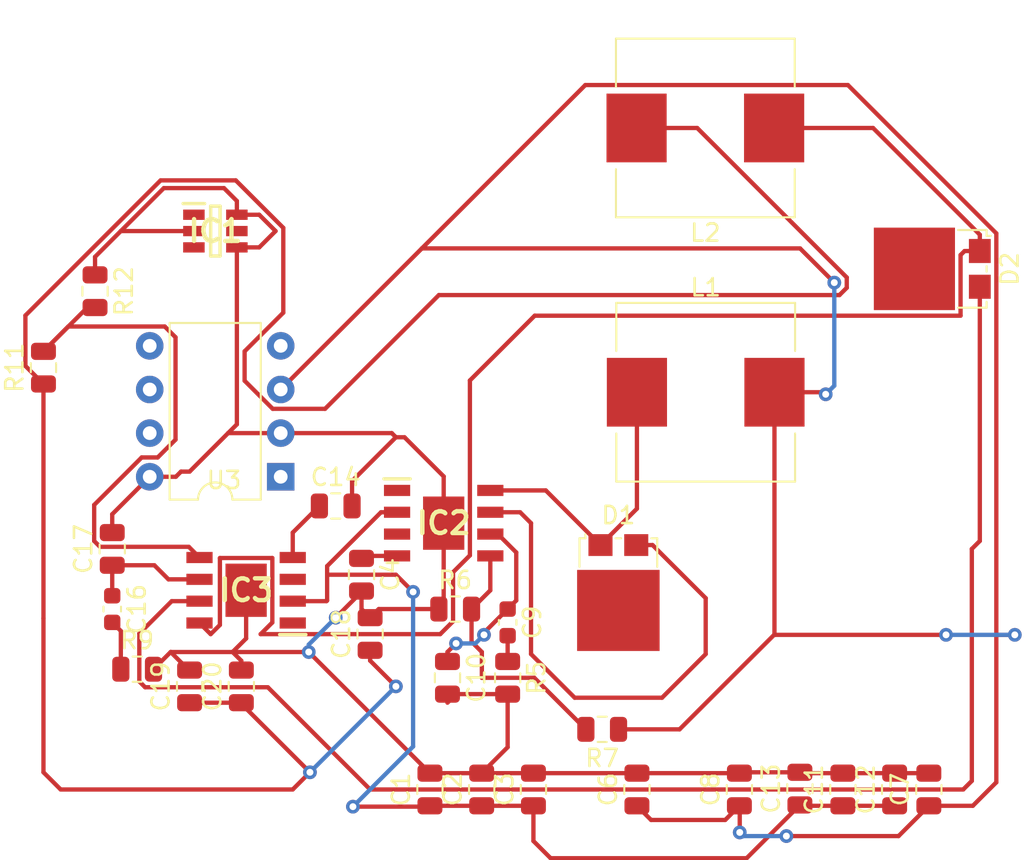
<source format=kicad_pcb>
(kicad_pcb (version 20221018) (generator pcbnew)
  (layers (0 "F.Cu" signal) (31 "B.Cu" signal) (34 "B.Paste" user) (35 "F.Paste" user) (36 "B.SilkS" user "B.Silkscreen") (37 "F.SilkS" user "F.Silkscreen") (38 "B.Mask" user) (39 "F.Mask" user) (44 "Edge.Cuts" user))
  (net 0 "")
  (net 1 "+12VS")
  (net 2 "GND")
  (net 3 "Net-(IC2-SS)")
  (net 4 "+5V")
  (net 5 "Net-(IC2-COMP)")
  (net 6 "Net-(C9-Pad2)")
  (net 7 "Net-(IC3-SS)")
  (net 8 "Net-(IC3-COMP)")
  (net 9 "Net-(C16-Pad2)")
  (net 10 "+5Vn2")
  (net 11 "Net-(D1-K)")
  (net 12 "Net-(D1-A)")
  (net 13 "Net-(D2-K)")
  (net 14 "Net-(D2-A)")
  (net 15 "Net-(IC1-OUT)")
  (net 16 "Net-(IC1-SENSE)")
  (net 17 "Net-(D3-K)")
  (net 18 "Net-(IC2-BOOT)")
  (net 20 "Net-(IC2-VSENSE)")
  (net 21 "Net-(IC3-BOOT)")
  (net 23 "Net-(IC3-VSENSE)")
  (net 24 "cand")
  (net 25 "canr")
  (net 27 "Net-(U3-CANL)")
  (net 28 "Net-(U3-CANH)")
  (footprint "Capacitor_SMD:C_0805_2012Metric" (layer "F.Cu") (at 150 142.5 90)
    (fp_text reference "C3" (at 0 -1.68 90) (layer "F.SilkS"))
    (fp_text value "4.7uf 50V")
    (fp_line (start -0.261252 -0.735) (end 0.261252 -0.735) (stroke (width 0.12)) (layer "F.SilkS"))
    (fp_line (start -0.261252 0.735) (end 0.261252 0.735) (stroke (width 0.12)) (layer "F.SilkS"))
    (pad "1" smd roundrect (at -0.95 0 90) (size 1 1.45) (layers "F.Cu" "F.Paste" "F.Mask") (net 1 "+12VS"))
    (pad "2" smd roundrect (at 0.95 0 90) (size 1 1.45) (layers "F.Cu" "F.Paste" "F.Mask") (net 2 "GND"))
  )
  (footprint "Capacitor_SMD:C_0805_2012Metric" (layer "F.Cu") (at 165.5 142.45 90)
    (fp_text reference "C13" (at 0 -1.68 90) (layer "F.SilkS"))
    (fp_text value "4.7uf 50V")
    (fp_line (start -0.261252 -0.735) (end 0.261252 -0.735) (stroke (width 0.12)) (layer "F.SilkS"))
    (fp_line (start -0.261252 0.735) (end 0.261252 0.735) (stroke (width 0.12)) (layer "F.SilkS"))
    (pad "1" smd roundrect (at -0.95 0 90) (size 1 1.45) (layers "F.Cu" "F.Paste" "F.Mask") (net 1 "+12VS"))
    (pad "2" smd roundrect (at 0.95 0 90) (size 1 1.45) (layers "F.Cu" "F.Paste" "F.Mask") (net 2 "GND"))
  )
  (footprint "Capacitor_SMD:C_0805_2012Metric" (layer "F.Cu") (at 145 136 -90)
    (fp_text reference "C10" (at 0 -1.68 90) (layer "F.SilkS"))
    (fp_text value "22pF 50V")
    (fp_line (start -0.261252 -0.735) (end 0.261252 -0.735) (stroke (width 0.12)) (layer "F.SilkS"))
    (fp_line (start -0.261252 0.735) (end 0.261252 0.735) (stroke (width 0.12)) (layer "F.SilkS"))
    (pad "1" smd roundrect (at -0.95 0 270) (size 1 1.45) (layers "F.Cu" "F.Paste" "F.Mask") (net 5 "Net-(IC2-COMP)"))
    (pad "2" smd roundrect (at 0.95 0 270) (size 1 1.45) (layers "F.Cu" "F.Paste" "F.Mask") (net 2 "GND"))
  )
  (footprint "Package_TO_SOT_SMD:TO-277A" (layer "F.Cu") (at 173.2 112.2 -90)
    (fp_text reference "D2" (at 0 -4.5 90) (layer "F.SilkS"))
    (fp_text value "8A 100V")
    (fp_line (start -2.26 -3.16) (end -2.26 -1.5) (stroke (width 0.12)) (layer "F.SilkS"))
    (fp_line (start -1.92 -3.4) (end -1.92 -3.16) (stroke (width 0.12)) (layer "F.SilkS"))
    (fp_line (start -1.92 -3.16) (end -2.26 -3.16) (stroke (width 0.12)) (layer "F.SilkS"))
    (fp_line (start -0.16 -3.16) (end 0.16 -3.16) (stroke (width 0.12)) (layer "F.SilkS"))
    (fp_line (start 2.26 -3.16) (end 1.92 -3.16) (stroke (width 0.12)) (layer "F.SilkS"))
    (fp_line (start 2.26 -1.5) (end 2.26 -3.16) (stroke (width 0.12)) (layer "F.SilkS"))
    (pad "1" smd rect (at -1.04 -2.765 270) (size 1.4 1.27) (layers "F.Cu" "F.Paste" "F.Mask") (net 13 "Net-(D2-K)"))
    (pad "2" smd rect (at 1.04 -2.765 270) (size 1.4 1.27) (layers "F.Cu" "F.Paste" "F.Mask") (net 14 "Net-(D2-A)"))
    (pad "3" smd rect (at 0 1.04 270) (size 4.8 4.72) (layers "F.Cu" "F.Mask"))
  )
  (footprint "Capacitor_SMD:C_0805_2012Metric" (layer "F.Cu") (at 146.99 142.5 90)
    (fp_text reference "C2" (at 0 -1.68 90) (layer "F.SilkS"))
    (fp_text value "4.7uf 50V")
    (fp_line (start -0.261252 -0.735) (end 0.261252 -0.735) (stroke (width 0.12)) (layer "F.SilkS"))
    (fp_line (start -0.261252 0.735) (end 0.261252 0.735) (stroke (width 0.12)) (layer "F.SilkS"))
    (pad "1" smd roundrect (at -0.95 0 90) (size 1 1.45) (layers "F.Cu" "F.Paste" "F.Mask") (net 1 "+12VS"))
    (pad "2" smd roundrect (at 0.95 0 90) (size 1 1.45) (layers "F.Cu" "F.Paste" "F.Mask") (net 2 "GND"))
  )
  (footprint "Capacitor_SMD:C_0805_2012Metric" (layer "F.Cu") (at 140 130 -90)
    (fp_text reference "C4" (at 0 -1.68 90) (layer "F.SilkS"))
    (fp_text value "10nf 200V")
    (fp_line (start -0.261252 -0.735) (end 0.261252 -0.735) (stroke (width 0.12)) (layer "F.SilkS"))
    (fp_line (start -0.261252 0.735) (end 0.261252 0.735) (stroke (width 0.12)) (layer "F.SilkS"))
    (pad "1" smd roundrect (at -0.95 0 270) (size 1 1.45) (layers "F.Cu" "F.Paste" "F.Mask") (net 3 "Net-(IC2-SS)"))
    (pad "2" smd roundrect (at 0.95 0 270) (size 1 1.45) (layers "F.Cu" "F.Paste" "F.Mask") (net 2 "GND"))
  )
  (footprint "Capacitor_SMD:C_0805_2012Metric" (layer "F.Cu") (at 148.5 136 -90)
    (fp_text reference "R5" (at 0 -1.68 90) (layer "F.SilkS"))
    (fp_text value "39K 0.125W")
    (fp_line (start -0.261252 -0.735) (end 0.261252 -0.735) (stroke (width 0.12)) (layer "F.SilkS"))
    (fp_line (start -0.261252 0.735) (end 0.261252 0.735) (stroke (width 0.12)) (layer "F.SilkS"))
    (pad "1" smd roundrect (at -0.95 0 270) (size 1 1.45) (layers "F.Cu" "F.Paste" "F.Mask") (net 6 "Net-(C9-Pad2)"))
    (pad "2" smd roundrect (at 0.95 0 270) (size 1 1.45) (layers "F.Cu" "F.Paste" "F.Mask") (net 2 "GND"))
  )
  (footprint "Capacitor_SMD:C_0603_1608Metric" (layer "F.Cu") (at 125.5 132 -90)
    (fp_text reference "C16" (at 0 -1.43 90) (layer "F.SilkS"))
    (fp_text value "2.2nF 50V")
    (fp_line (start -0.14058 -0.51) (end 0.14058 -0.51) (stroke (width 0.12)) (layer "F.SilkS"))
    (fp_line (start -0.14058 0.51) (end 0.14058 0.51) (stroke (width 0.12)) (layer "F.SilkS"))
    (pad "1" smd roundrect (at -0.775 0 270) (size 0.9 0.95) (layers "F.Cu" "F.Paste" "F.Mask") (net 8 "Net-(IC3-COMP)"))
    (pad "2" smd roundrect (at 0.775 0 270) (size 0.9 0.95) (layers "F.Cu" "F.Paste" "F.Mask") (net 9 "Net-(C16-Pad2)"))
  )
  (footprint "Capacitor_SMD:C_0805_2012Metric" (layer "F.Cu") (at 138.5 126)
    (fp_text reference "C14" (at 0 -1.68) (layer "F.SilkS"))
    (fp_text value "10nf 200V")
    (fp_line (start -0.261252 -0.735) (end 0.261252 -0.735) (stroke (width 0.12)) (layer "F.SilkS"))
    (fp_line (start -0.261252 0.735) (end 0.261252 0.735) (stroke (width 0.12)) (layer "F.SilkS"))
    (pad "1" smd roundrect (at -0.95 0) (size 1 1.45) (layers "F.Cu" "F.Paste" "F.Mask") (net 7 "Net-(IC3-SS)"))
    (pad "2" smd roundrect (at 0.95 0) (size 1 1.45) (layers "F.Cu" "F.Paste" "F.Mask") (net 2 "GND"))
  )
  (footprint "Capacitor_SMD:C_0805_2012Metric" (layer "F.Cu") (at 171.01 142.5 90)
    (fp_text reference "C12" (at 0 -1.68 90) (layer "F.SilkS"))
    (fp_text value "4.7uf 50V")
    (fp_line (start -0.261252 -0.735) (end 0.261252 -0.735) (stroke (width 0.12)) (layer "F.SilkS"))
    (fp_line (start -0.261252 0.735) (end 0.261252 0.735) (stroke (width 0.12)) (layer "F.SilkS"))
    (pad "1" smd roundrect (at -0.95 0 90) (size 1 1.45) (layers "F.Cu" "F.Paste" "F.Mask") (net 1 "+12VS"))
    (pad "2" smd roundrect (at 0.95 0 90) (size 1 1.45) (layers "F.Cu" "F.Paste" "F.Mask") (net 2 "GND"))
  )
  (footprint "Capacitor_SMD:C_0805_2012Metric" (layer "F.Cu") (at 125.5 128.5 90)
    (fp_text reference "C17" (at 0 -1.68 90) (layer "F.SilkS"))
    (fp_text value "22pF 50V")
    (fp_line (start -0.261252 -0.735) (end 0.261252 -0.735) (stroke (width 0.12)) (layer "F.SilkS"))
    (fp_line (start -0.261252 0.735) (end 0.261252 0.735) (stroke (width 0.12)) (layer "F.SilkS"))
    (pad "1" smd roundrect (at -0.95 0 90) (size 1 1.45) (layers "F.Cu" "F.Paste" "F.Mask") (net 8 "Net-(IC3-COMP)"))
    (pad "2" smd roundrect (at 0.95 0 90) (size 1 1.45) (layers "F.Cu" "F.Paste" "F.Mask") (net 2 "GND"))
  )
  (footprint "SamacSys_Parts:SOT95P280X110-6N" (layer "F.Cu") (at 131.5 110)
    (fp_text reference "IC1" (at 0 0) (layer "F.SilkS") (effects (font (size 1.27 1.27) (thickness 0.254))))
    (fp_text value "TPS3711DDCT" hide)
    (fp_line (start -1.875 -1.6) (end -0.625 -1.6) (stroke (width 0.2)) (layer "F.SilkS"))
    (fp_line (start -0.275 -1.45) (end 0.275 -1.45) (stroke (width 0.2)) (layer "F.SilkS"))
    (fp_line (start -0.275 1.45) (end -0.275 -1.45) (stroke (width 0.2)) (layer "F.SilkS"))
    (fp_line (start 0.275 -1.45) (end 0.275 1.45) (stroke (width 0.2)) (layer "F.SilkS"))
    (fp_line (start 0.275 1.45) (end -0.275 1.45) (stroke (width 0.2)) (layer "F.SilkS"))
    (pad "1" smd rect (at -1.25 -0.95 90) (size 0.6 1.25) (layers "F.Cu" "F.Paste" "F.Mask") (net 15 "Net-(IC1-OUT)"))
    (pad "2" smd rect (at -1.25 0 90) (size 0.6 1.25) (layers "F.Cu" "F.Paste" "F.Mask") (net 2 "GND"))
    (pad "3" smd rect (at -1.25 0.95 90) (size 0.6 1.25) (layers "F.Cu" "F.Paste" "F.Mask") (net 16 "Net-(IC1-SENSE)"))
    (pad "4" smd rect (at 1.25 0.95 90) (size 0.6 1.25) (layers "F.Cu" "F.Paste" "F.Mask") (net 2 "GND"))
    (pad "5" smd rect (at 1.25 0 90) (size 0.6 1.25) (layers "F.Cu" "F.Paste" "F.Mask") (net 17 "Net-(D3-K)"))
    (pad "6" smd rect (at 1.25 -0.95 90) (size 0.6 1.25) (layers "F.Cu" "F.Paste" "F.Mask") (net 2 "GND"))
  )
  (footprint "Capacitor_SMD:C_0805_2012Metric" (layer "F.Cu") (at 161.98 142.5 90)
    (fp_text reference "C8" (at 0 -1.68 90) (layer "F.SilkS"))
    (fp_text value "22uF 16V")
    (fp_line (start -0.261252 -0.735) (end 0.261252 -0.735) (stroke (width 0.12)) (layer "F.SilkS"))
    (fp_line (start -0.261252 0.735) (end 0.261252 0.735) (stroke (width 0.12)) (layer "F.SilkS"))
    (pad "1" smd roundrect (at -0.95 0 90) (size 1 1.45) (layers "F.Cu" "F.Paste" "F.Mask") (net 4 "+5V"))
    (pad "2" smd roundrect (at 0.95 0 90) (size 1 1.45) (layers "F.Cu" "F.Paste" "F.Mask") (net 2 "GND"))
  )
  (footprint "SamacSys_Parts:SOIC127P600X170-9N" (layer "F.Cu") (at 144.78 127)
    (fp_text reference "IC2" (at 0 0) (layer "F.SilkS") (effects (font (size 1.27 1.27) (thickness 0.254))))
    (fp_text value "TPS54531DDA" hide)
    (fp_line (start -3.475 -2.58) (end -1.95 -2.58) (stroke (width 0.2)) (layer "F.SilkS"))
    (pad "1" smd rect (at -2.712 -1.905 90) (size 0.65 1.525) (layers "F.Cu" "F.Paste" "F.Mask") (net 18 "Net-(IC2-BOOT)"))
    (pad "2" smd rect (at -2.712 -0.635 90) (size 0.65 1.525) (layers "F.Cu" "F.Paste" "F.Mask") (net 1 "+12VS"))
    (pad "3" smd rect (at -2.712 0.635 90) (size 0.65 1.525) (layers "F.Cu" "F.Paste" "F.Mask"))
    (pad "4" smd rect (at -2.712 1.905 90) (size 0.65 1.525) (layers "F.Cu" "F.Paste" "F.Mask") (net 3 "Net-(IC2-SS)"))
    (pad "5" smd rect (at 2.712 1.905 90) (size 0.65 1.525) (layers "F.Cu" "F.Paste" "F.Mask") (net 20 "Net-(IC2-VSENSE)"))
    (pad "6" smd rect (at 2.712 0.635 90) (size 0.65 1.525) (layers "F.Cu" "F.Paste" "F.Mask") (net 5 "Net-(IC2-COMP)"))
    (pad "7" smd rect (at 2.712 -0.635 90) (size 0.65 1.525) (layers "F.Cu" "F.Paste" "F.Mask") (net 12 "Net-(D1-A)"))
    (pad "8" smd rect (at 2.712 -1.905 90) (size 0.65 1.525) (layers "F.Cu" "F.Paste" "F.Mask") (net 11 "Net-(D1-K)"))
    (pad "9" smd rect (at 0 0) (size 2.4 3.1) (layers "F.Cu" "F.Paste" "F.Mask") (net 2 "GND"))
  )
  (footprint "Inductor_SMD:L_Wuerth_HCI-1040" (layer "F.Cu") (at 160 104 180)
    (fp_text reference "L2" (at 0 -6.1) (layer "F.SilkS"))
    (fp_text value "4.7uH 10.4A")
    (fp_line (start -5.2 -5.2) (end 5.2 -5.2) (stroke (width 0.12)) (layer "F.SilkS"))
    (fp_line (start -5.2 -2.4) (end -5.2 -5.2) (stroke (width 0.12)) (layer "F.SilkS"))
    (fp_line (start -5.2 2.4) (end -5.2 5.2) (stroke (width 0.12)) (layer "F.SilkS"))
    (fp_line (start -5.2 5.2) (end 5.2 5.2) (stroke (width 0.12)) (layer "F.SilkS"))
    (fp_line (start 5.2 -5.2) (end 5.2 -2.4) (stroke (width 0.12)) (layer "F.SilkS"))
    (fp_line (start 5.2 5.2) (end 5.2 2.4) (stroke (width 0.12)) (layer "F.SilkS"))
    (pad "1" smd rect (at -4 0 180) (size 3.5 4) (layers "F.Cu" "F.Paste" "F.Mask") (net 13 "Net-(D2-K)"))
    (pad "2" smd rect (at 4 0 180) (size 3.5 4) (layers "F.Cu" "F.Paste" "F.Mask") (net 10 "+5Vn2"))
  )
  (footprint "Capacitor_SMD:C_0805_2012Metric" (layer "F.Cu") (at 168 142.5 90)
    (fp_text reference "C11" (at 0 -1.68 90) (layer "F.SilkS"))
    (fp_text value "4.7uf 50V")
    (fp_line (start -0.261252 -0.735) (end 0.261252 -0.735) (stroke (width 0.12)) (layer "F.SilkS"))
    (fp_line (start -0.261252 0.735) (end 0.261252 0.735) (stroke (width 0.12)) (layer "F.SilkS"))
    (pad "1" smd roundrect (at -0.95 0 90) (size 1 1.45) (layers "F.Cu" "F.Paste" "F.Mask") (net 1 "+12VS"))
    (pad "2" smd roundrect (at 0.95 0 90) (size 1 1.45) (layers "F.Cu" "F.Paste" "F.Mask") (net 2 "GND"))
  )
  (footprint "Capacitor_SMD:C_0805_2012Metric" (layer "F.Cu") (at 130 136.5 90)
    (fp_text reference "C19" (at 0 -1.68 90) (layer "F.SilkS"))
    (fp_text value "22uF 16V")
    (fp_line (start -0.261252 -0.735) (end 0.261252 -0.735) (stroke (width 0.12)) (layer "F.SilkS"))
    (fp_line (start -0.261252 0.735) (end 0.261252 0.735) (stroke (width 0.12)) (layer "F.SilkS"))
    (pad "1" smd roundrect (at -0.95 0 90) (size 1 1.45) (layers "F.Cu" "F.Paste" "F.Mask") (net 10 "+5Vn2"))
    (pad "2" smd roundrect (at 0.95 0 90) (size 1 1.45) (layers "F.Cu" "F.Paste" "F.Mask") (net 2 "GND"))
  )
  (footprint "Capacitor_SMD:C_0805_2012Metric" (layer "F.Cu") (at 145.45 132)
    (fp_text reference "R6" (at 0 -1.68) (layer "F.SilkS"))
    (fp_text value "1.96K  0.125W")
    (fp_line (start -0.261252 -0.735) (end 0.261252 -0.735) (stroke (width 0.12)) (layer "F.SilkS"))
    (fp_line (start -0.261252 0.735) (end 0.261252 0.735) (stroke (width 0.12)) (layer "F.SilkS"))
    (pad "1" smd roundrect (at -0.95 0) (size 1 1.45) (layers "F.Cu" "F.Paste" "F.Mask") (net 2 "GND"))
    (pad "2" smd roundrect (at 0.95 0) (size 1 1.45) (layers "F.Cu" "F.Paste" "F.Mask") (net 20 "Net-(IC2-VSENSE)"))
  )
  (footprint "Capacitor_SMD:C_0805_2012Metric" (layer "F.Cu") (at 143.98 142.5 90)
    (fp_text reference "C1" (at 0 -1.68 90) (layer "F.SilkS"))
    (fp_text value "4.7uf 50V")
    (fp_line (start -0.261252 -0.735) (end 0.261252 -0.735) (stroke (width 0.12)) (layer "F.SilkS"))
    (fp_line (start -0.261252 0.735) (end 0.261252 0.735) (stroke (width 0.12)) (layer "F.SilkS"))
    (pad "1" smd roundrect (at -0.95 0 90) (size 1 1.45) (layers "F.Cu" "F.Paste" "F.Mask") (net 1 "+12VS"))
    (pad "2" smd roundrect (at 0.95 0 90) (size 1 1.45) (layers "F.Cu" "F.Paste" "F.Mask") (net 2 "GND"))
  )
  (footprint "Inductor_SMD:L_Wuerth_HCI-1040" (layer "F.Cu") (at 160.02 119.38)
    (fp_text reference "L1" (at 0 -6.1) (layer "F.SilkS"))
    (fp_text value "4.7uH 10.4A")
    (fp_line (start -5.2 -5.2) (end 5.2 -5.2) (stroke (width 0.12)) (layer "F.SilkS"))
    (fp_line (start -5.2 -2.4) (end -5.2 -5.2) (stroke (width 0.12)) (layer "F.SilkS"))
    (fp_line (start -5.2 2.4) (end -5.2 5.2) (stroke (width 0.12)) (layer "F.SilkS"))
    (fp_line (start -5.2 5.2) (end 5.2 5.2) (stroke (width 0.12)) (layer "F.SilkS"))
    (fp_line (start 5.2 -5.2) (end 5.2 -2.4) (stroke (width 0.12)) (layer "F.SilkS"))
    (fp_line (start 5.2 5.2) (end 5.2 2.4) (stroke (width 0.12)) (layer "F.SilkS"))
    (pad "1" smd rect (at -4 0) (size 3.5 4) (layers "F.Cu" "F.Paste" "F.Mask") (net 11 "Net-(D1-K)"))
    (pad "2" smd rect (at 4 0) (size 3.5 4) (layers "F.Cu" "F.Paste" "F.Mask") (net 4 "+5V"))
  )
  (footprint "Package_TO_SOT_SMD:TO-277A" (layer "F.Cu") (at 154.94 131.04)
    (fp_text reference "D1" (at 0 -4.5 -180) (layer "F.SilkS"))
    (fp_text value "8A 100V")
    (fp_line (start -2.26 -3.16) (end -2.26 -1.5) (stroke (width 0.12)) (layer "F.SilkS"))
    (fp_line (start -1.92 -3.4) (end -1.92 -3.16) (stroke (width 0.12)) (layer "F.SilkS"))
    (fp_line (start -1.92 -3.16) (end -2.26 -3.16) (stroke (width 0.12)) (layer "F.SilkS"))
    (fp_line (start -0.16 -3.16) (end 0.16 -3.16) (stroke (width 0.12)) (layer "F.SilkS"))
    (fp_line (start 2.26 -3.16) (end 1.92 -3.16) (stroke (width 0.12)) (layer "F.SilkS"))
    (fp_line (start 2.26 -1.5) (end 2.26 -3.16) (stroke (width 0.12)) (layer "F.SilkS"))
    (pad "1" smd rect (at -1.04 -2.765) (size 1.4 1.27) (layers "F.Cu" "F.Paste" "F.Mask") (net 11 "Net-(D1-K)"))
    (pad "2" smd rect (at 1.04 -2.765) (size 1.4 1.27) (layers "F.Cu" "F.Paste" "F.Mask") (net 12 "Net-(D1-A)"))
    (pad "3" smd rect (at 0 1.04) (size 4.8 4.72) (layers "F.Cu" "F.Mask"))
  )
  (footprint "Capacitor_SMD:C_0805_2012Metric" (layer "F.Cu") (at 140.5 133.45 90)
    (fp_text reference "C18" (at 0 -1.68 90) (layer "F.SilkS"))
    (fp_text value "22uF 16V")
    (fp_line (start -0.261252 -0.735) (end 0.261252 -0.735) (stroke (width 0.12)) (layer "F.SilkS"))
    (fp_line (start -0.261252 0.735) (end 0.261252 0.735) (stroke (width 0.12)) (layer "F.SilkS"))
    (pad "1" smd roundrect (at -0.95 0 90) (size 1 1.45) (layers "F.Cu" "F.Paste" "F.Mask") (net 10 "+5Vn2"))
    (pad "2" smd roundrect (at 0.95 0 90) (size 1 1.45) (layers "F.Cu" "F.Paste" "F.Mask") (net 2 "GND"))
  )
  (footprint "Capacitor_SMD:C_0805_2012Metric" (layer "F.Cu") (at 124.5 113.5 -90)
    (fp_text reference "R12" (at 0 -1.68 90) (layer "F.SilkS"))
    (fp_text value "1.96K  0.125W")
    (fp_line (start -0.261252 -0.735) (end 0.261252 -0.735) (stroke (width 0.12)) (layer "F.SilkS"))
    (fp_line (start -0.261252 0.735) (end 0.261252 0.735) (stroke (width 0.12)) (layer "F.SilkS"))
    (pad "1" smd roundrect (at -0.95 0 270) (size 1 1.45) (layers "F.Cu" "F.Paste" "F.Mask") (net 2 "GND"))
    (pad "2" smd roundrect (at 0.95 0 270) (size 1 1.45) (layers "F.Cu" "F.Paste" "F.Mask") (net 23 "Net-(IC3-VSENSE)"))
  )
  (footprint "Capacitor_SMD:C_0805_2012Metric" (layer "F.Cu") (at 173 142.5 90)
    (fp_text reference "C7" (at 0 -1.68 90) (layer "F.SilkS"))
    (fp_text value "22uF 16V")
    (fp_line (start -0.261252 -0.735) (end 0.261252 -0.735) (stroke (width 0.12)) (layer "F.SilkS"))
    (fp_line (start -0.261252 0.735) (end 0.261252 0.735) (stroke (width 0.12)) (layer "F.SilkS"))
    (pad "1" smd roundrect (at -0.95 0 90) (size 1 1.45) (layers "F.Cu" "F.Paste" "F.Mask") (net 4 "+5V"))
    (pad "2" smd roundrect (at 0.95 0 90) (size 1 1.45) (layers "F.Cu" "F.Paste" "F.Mask") (net 2 "GND"))
  )
  (footprint "Capacitor_SMD:C_0805_2012Metric" (layer "F.Cu") (at 156.02 142.5 90)
    (fp_text reference "C6" (at 0 -1.68 90) (layer "F.SilkS"))
    (fp_text value "22uF 16V")
    (fp_line (start -0.261252 -0.735) (end 0.261252 -0.735) (stroke (width 0.12)) (layer "F.SilkS"))
    (fp_line (start -0.261252 0.735) (end 0.261252 0.735) (stroke (width 0.12)) (layer "F.SilkS"))
    (pad "1" smd roundrect (at -0.95 0 90) (size 1 1.45) (layers "F.Cu" "F.Paste" "F.Mask") (net 4 "+5V"))
    (pad "2" smd roundrect (at 0.95 0 90) (size 1 1.45) (layers "F.Cu" "F.Paste" "F.Mask") (net 2 "GND"))
  )
  (footprint "Capacitor_SMD:C_0603_1608Metric" (layer "F.Cu") (at 148.5 132.775 -90)
    (fp_text reference "C9" (at 0 -1.43 90) (layer "F.SilkS"))
    (fp_text value "2.2nF 50V")
    (fp_line (start -0.14058 -0.51) (end 0.14058 -0.51) (stroke (width 0.12)) (layer "F.SilkS"))
    (fp_line (start -0.14058 0.51) (end 0.14058 0.51) (stroke (width 0.12)) (layer "F.SilkS"))
    (pad "1" smd roundrect (at -0.775 0 270) (size 0.9 0.95) (layers "F.Cu" "F.Paste" "F.Mask") (net 5 "Net-(IC2-COMP)"))
    (pad "2" smd roundrect (at 0.775 0 270) (size 0.9 0.95) (layers "F.Cu" "F.Paste" "F.Mask") (net 6 "Net-(C9-Pad2)"))
  )
  (footprint "Package_DIP:DIP-8_W7.62mm" (layer "F.Cu") (at 135.3 124.3 180)
    (fp_text reference "U3" (at 3.3 -0.2) (layer "F.SilkS"))
    (fp_text value "MCP2551-I-P")
    (fp_line (start 1.16 -1.33) (end 1.16 8.95) (stroke (width 0.12)) (layer "F.SilkS"))
    (fp_line (start 1.16 8.95) (end 6.46 8.95) (stroke (width 0.12)) (layer "F.SilkS"))
    (fp_line (start 2.81 -1.33) (end 1.16 -1.33) (stroke (width 0.12)) (layer "F.SilkS"))
    (fp_line (start 6.46 -1.33) (end 4.81 -1.33) (stroke (width 0.12)) (layer "F.SilkS"))
    (fp_line (start 6.46 8.95) (end 6.46 -1.33) (stroke (width 0.12)) (layer "F.SilkS"))
    (fp_arc (start 4.81 -1.33) (mid 3.81 -0.33) (end 2.81 -1.33) (stroke (width 0.12)) (layer "F.SilkS"))
    (pad "1" thru_hole rect (at 0 0 180) (size 1.6 1.6) (drill 0.8) (layers "*.Cu" "*.Mask") (net 24 "cand"))
    (pad "2" thru_hole oval (at 0 2.54 180) (size 1.6 1.6) (drill 0.8) (layers "*.Cu" "*.Mask") (net 2 "GND"))
    (pad "3" thru_hole oval (at 0 5.08 180) (size 1.6 1.6) (drill 0.8) (layers "*.Cu" "*.Mask") (net 4 "+5V"))
    (pad "4" thru_hole oval (at 0 7.62 180) (size 1.6 1.6) (drill 0.8) (layers "*.Cu" "*.Mask") (net 25 "canr"))
    (pad "5" thru_hole oval (at 7.62 7.62 180) (size 1.6 1.6) (drill 0.8) (layers "*.Cu" "*.Mask"))
    (pad "6" thru_hole oval (at 7.62 5.08 180) (size 1.6 1.6) (drill 0.8) (layers "*.Cu" "*.Mask") (net 27 "Net-(U3-CANL)"))
    (pad "7" thru_hole oval (at 7.62 2.54 180) (size 1.6 1.6) (drill 0.8) (layers "*.Cu" "*.Mask") (net 28 "Net-(U3-CANH)"))
    (pad "8" thru_hole oval (at 7.62 0 180) (size 1.6 1.6) (drill 0.8) (layers "*.Cu" "*.Mask") (net 2 "GND"))
  )
  (footprint "SamacSys_Parts:SOIC127P600X170-9N" (layer "F.Cu") (at 133.288 130.905 180)
    (fp_text reference "IC3" (at 0 0) (layer "F.SilkS") (effects (font (size 1.27 1.27) (thickness 0.254))))
    (fp_text value "TPS54531DDA" hide)
    (fp_line (start -3.475 -2.58) (end -1.95 -2.58) (stroke (width 0.2)) (layer "F.SilkS"))
    (pad "1" smd rect (at -2.712 -1.905 270) (size 0.65 1.525) (layers "F.Cu" "F.Paste" "F.Mask") (net 21 "Net-(IC3-BOOT)"))
    (pad "2" smd rect (at -2.712 -0.635 270) (size 0.65 1.525) (layers "F.Cu" "F.Paste" "F.Mask") (net 1 "+12VS"))
    (pad "3" smd rect (at -2.712 0.635 270) (size 0.65 1.525) (layers "F.Cu" "F.Paste" "F.Mask"))
    (pad "4" smd rect (at -2.712 1.905 270) (size 0.65 1.525) (layers "F.Cu" "F.Paste" "F.Mask") (net 7 "Net-(IC3-SS)"))
    (pad "5" smd rect (at 2.712 1.905 270) (size 0.65 1.525) (layers "F.Cu" "F.Paste" "F.Mask") (net 23 "Net-(IC3-VSENSE)"))
    (pad "6" smd rect (at 2.712 0.635 270) (size 0.65 1.525) (layers "F.Cu" "F.Paste" "F.Mask") (net 8 "Net-(IC3-COMP)"))
    (pad "7" smd rect (at 2.712 -0.635 270) (size 0.65 1.525) (layers "F.Cu" "F.Paste" "F.Mask") (net 14 "Net-(D2-A)"))
    (pad "8" smd rect (at 2.712 -1.905 270) (size 0.65 1.525) (layers "F.Cu" "F.Paste" "F.Mask") (net 13 "Net-(D2-K)"))
    (pad "9" smd rect (at 0 0 180) (size 2.4 3.1) (layers "F.Cu" "F.Paste" "F.Mask") (net 2 "GND"))
  )
  (footprint "Capacitor_SMD:C_0805_2012Metric" (layer "F.Cu") (at 154 139 180)
    (fp_text reference "R7" (at 0 -1.68) (layer "F.SilkS"))
    (fp_text value "10.2K  0.125W")
    (fp_line (start -0.261252 -0.735) (end 0.261252 -0.735) (stroke (width 0.12)) (layer "F.SilkS"))
    (fp_line (start -0.261252 0.735) (end 0.261252 0.735) (stroke (width 0.12)) (layer "F.SilkS"))
    (pad "1" smd roundrect (at -0.95 0 180) (size 1 1.45) (layers "F.Cu" "F.Paste" "F.Mask") (net 4 "+5V"))
    (pad "2" smd roundrect (at 0.95 0 180) (size 1 1.45) (layers "F.Cu" "F.Paste" "F.Mask") (net 20 "Net-(IC2-VSENSE)"))
  )
  (footprint "Capacitor_SMD:C_0805_2012Metric" (layer "F.Cu") (at 126.95 135.5)
    (fp_text reference "R9" (at 0 -1.68) (layer "F.SilkS"))
    (fp_text value "39K 0.125W")
    (fp_line (start -0.261252 -0.735) (end 0.261252 -0.735) (stroke (width 0.12)) (layer "F.SilkS"))
    (fp_line (start -0.261252 0.735) (end 0.261252 0.735) (stroke (width 0.12)) (layer "F.SilkS"))
    (pad "1" smd roundrect (at -0.95 0) (size 1 1.45) (layers "F.Cu" "F.Paste" "F.Mask") (net 9 "Net-(C16-Pad2)"))
    (pad "2" smd roundrect (at 0.95 0) (size 1 1.45) (layers "F.Cu" "F.Paste" "F.Mask") (net 2 "GND"))
  )
  (footprint "Capacitor_SMD:C_0805_2012Metric" (layer "F.Cu") (at 121.5 117.95 90)
    (fp_text reference "R11" (at 0 -1.68 90) (layer "F.SilkS"))
    (fp_text value "10.2K  0.125W")
    (fp_line (start -0.261252 -0.735) (end 0.261252 -0.735) (stroke (width 0.12)) (layer "F.SilkS"))
    (fp_line (start -0.261252 0.735) (end 0.261252 0.735) (stroke (width 0.12)) (layer "F.SilkS"))
    (pad "1" smd roundrect (at -0.95 0 90) (size 1 1.45) (layers "F.Cu" "F.Paste" "F.Mask") (net 10 "+5Vn2"))
    (pad "2" smd roundrect (at 0.95 0 90) (size 1 1.45) (layers "F.Cu" "F.Paste" "F.Mask") (net 23 "Net-(IC3-VSENSE)"))
  )
  (footprint "Capacitor_SMD:C_0805_2012Metric" (layer "F.Cu") (at 133.01 136.5 90)
    (fp_text reference "C20" (at 0 -1.68 90) (layer "F.SilkS"))
    (fp_text value "22uF 16V")
    (fp_line (start -0.261252 -0.735) (end 0.261252 -0.735) (stroke (width 0.12)) (layer "F.SilkS"))
    (fp_line (start -0.261252 0.735) (end 0.261252 0.735) (stroke (width 0.12)) (layer "F.SilkS"))
    (pad "1" smd roundrect (at -0.95 0 90) (size 1 1.45) (layers "F.Cu" "F.Paste" "F.Mask") (net 10 "+5Vn2"))
    (pad "2" smd roundrect (at 0.95 0 90) (size 1 1.45) (layers "F.Cu" "F.Paste" "F.Mask") (net 2 "GND"))
  )
  (segment (start 142.068 126.365) (end 141.135 126.365) (width 0.25) (layer "F.Cu") (net 1))
  (segment (start 165.5 143.4) (end 162.4 146.5) (width 0.25) (layer "F.Cu") (net 1))
  (segment (start 138 130) (end 138 131.5) (width 0.25) (layer "F.Cu") (net 1))
  (segment (start 171.01 143.45) (end 168 143.45) (width 0.25) (layer "F.Cu") (net 1))
  (segment (start 150 143.45) (end 146.99 143.45) (width 0.25) (layer "F.Cu") (net 1))
  (segment (start 138 130) (end 142 130) (width 0.25) (layer "F.Cu") (net 1))
  (segment (start 151 146.5) (end 150 145.5) (width 0.25) (layer "F.Cu") (net 1))
  (segment (start 168 143.45) (end 165.55 143.45) (width 0.25) (layer "F.Cu") (net 1))
  (segment (start 150 145.5) (end 150 143.45) (width 0.25) (layer "F.Cu") (net 1))
  (segment (start 142 130) (end 143 131) (width 0.25) (layer "F.Cu") (net 1))
  (segment (start 141.135 126.365) (end 138 129.5) (width 0.25) (layer "F.Cu") (net 1))
  (segment (start 143.93 143.5) (end 143.98 143.45) (width 0.25) (layer "F.Cu") (net 1))
  (segment (start 165.55 143.45) (end 165.5 143.4) (width 0.25) (layer "F.Cu") (net 1))
  (segment (start 138 131.5) (end 137.96 131.54) (width 0.25) (layer "F.Cu") (net 1))
  (segment (start 137.96 131.54) (end 136 131.54) (width 0.25) (layer "F.Cu") (net 1))
  (segment (start 138 129.5) (end 138 130) (width 0.25) (layer "F.Cu") (net 1))
  (segment (start 139.5 143.5) (end 143.93 143.5) (width 0.25) (layer "F.Cu") (net 1))
  (segment (start 146.99 143.45) (end 143.98 143.45) (width 0.25) (layer "F.Cu") (net 1))
  (segment (start 162.4 146.5) (end 151 146.5) (width 0.25) (layer "F.Cu") (net 1))
  (via (at 139.5 143.5) (size 0.8) (drill 0.4) (layers "F.Cu" "B.Cu") (net 1))
  (via (at 143 131) (size 0.8) (drill 0.4) (layers "F.Cu" "B.Cu") (net 1))
  (segment (start 143 131) (end 143 140) (width 0.25) (layer "B.Cu") (net 1))
  (segment (start 143 140) (end 139.5 143.5) (width 0.25) (layer "B.Cu") (net 1))
  (segment (start 133.288 130.905) (end 133.288 133.712) (width 0.25) (layer "F.Cu") (net 2))
  (segment (start 141.76 121.76) (end 135.3 121.76) (width 0.25) (layer "F.Cu") (net 2))
  (segment (start 130 135.55) (end 129.95 135.55) (width 0.25) (layer "F.Cu") (net 2))
  (segment (start 132.75 121.25) (end 132.24 121.76) (width 0.25) (layer "F.Cu") (net 2))
  (segment (start 129.5 124) (end 129.2 124.3) (width 0.25) (layer "F.Cu") (net 2))
  (segment (start 132.75 108.25) (end 132 107.5) (width 0.25) (layer "F.Cu") (net 2))
  (segment (start 142 122) (end 141.76 121.76) (width 0.25) (layer "F.Cu") (net 2))
  (segment (start 136.93 134.5) (end 132.5 134.5) (width 0.25) (layer "F.Cu") (net 2))
  (segment (start 139.45 124.55) (end 139.45 126) (width 0.25) (layer "F.Cu") (net 2))
  (segment (start 144.78 127) (end 144.78 124.28) (width 0.25) (layer "F.Cu") (net 2))
  (segment (start 132.75 110.95) (end 132.75 121.25) (width 0.25) (layer "F.Cu") (net 2))
  (segment (start 126 110) (end 130.25 110) (width 0.25) (layer "F.Cu") (net 2))
  (segment (start 171.01 141.55) (end 168 141.55) (width 0.25) (layer "F.Cu") (net 2))
  (segment (start 134.05 109.05) (end 135 110) (width 0.25) (layer "F.Cu") (net 2))
  (segment (start 132.5 134.5) (end 128.9 134.5) (width 0.25) (layer "F.Cu") (net 2))
  (segment (start 127.68 124.3) (end 125.5 126.48) (width 0.25) (layer "F.Cu") (net 2))
  (segment (start 165.55 141.55) (end 165.5 141.5) (width 0.25) (layer "F.Cu") (net 2))
  (segment (start 142.5 122) (end 142 122) (width 0.25) (layer "F.Cu") (net 2))
  (segment (start 140 131) (end 138.5 132.5) (width 0.25) (layer "F.Cu") (net 2))
  (segment (start 173 141.55) (end 171.01 141.55) (width 0.25) (layer "F.Cu") (net 2))
  (segment (start 140 130.95) (end 140 131) (width 0.25) (layer "F.Cu") (net 2))
  (segment (start 128.5 107.5) (end 126 110) (width 0.25) (layer "F.Cu") (net 2))
  (segment (start 144.5 132) (end 141 132) (width 0.25) (layer "F.Cu") (net 2))
  (segment (start 132.24 121.76) (end 130 124) (width 0.25) (layer "F.Cu") (net 2))
  (segment (start 142 122) (end 139.45 124.55) (width 0.25) (layer "F.Cu") (net 2))
  (segment (start 168 141.55) (end 165.55 141.55) (width 0.25) (layer "F.Cu") (net 2))
  (segment (start 162.03 141.5) (end 161.98 141.55) (width 0.25) (layer "F.Cu") (net 2))
  (segment (start 125.5 126.48) (end 125.5 127.55) (width 0.25) (layer "F.Cu") (net 2))
  (segment (start 145.5 136.95) (end 145 137.45) (width 0.25) (layer "F.Cu") (net 2))
  (segment (start 132.75 109.05) (end 134.05 109.05) (width 0.25) (layer "F.Cu") (net 2))
  (segment (start 133.288 133.712) (end 132.5 134.5) (width 0.25) (layer "F.Cu") (net 2))
  (segment (start 144.78 131.72) (end 144.78 127) (width 0.25) (layer "F.Cu") (net 2))
  (segment (start 148.5 136.95) (end 145.5 136.95) (width 0.25) (layer "F.Cu") (net 2))
  (segment (start 165.5 141.5) (end 162.03 141.5) (width 0.25) (layer "F.Cu") (net 2))
  (segment (start 133.01 135.01) (end 132.5 134.5) (width 0.25) (layer "F.Cu") (net 2))
  (segment (start 140 130.95) (end 140 132) (width 0.25) (layer "F.Cu") (net 2))
  (segment (start 135 110) (end 134.05 110.95) (width 0.25) (layer "F.Cu") (net 2))
  (segment (start 129.95 135.55) (end 128.9 134.5) (width 0.25) (layer "F.Cu") (net 2))
  (segment (start 141 132) (end 140.5 132.5) (width 0.25) (layer "F.Cu") (net 2))
  (segment (start 130 124) (end 129.5 124) (width 0.25) (layer "F.Cu") (net 2))
  (segment (start 126 110) (end 124.5 111.5) (width 0.25) (layer "F.Cu") (net 2))
  (segment (start 124.5 111.5) (end 124.5 112.55) (width 0.25) (layer "F.Cu") (net 2))
  (segment (start 161.98 141.55) (end 156.02 141.55) (width 0.25) (layer "F.Cu") (net 2))
  (segment (start 148.5 136.95) (end 148.5 140.04) (width 0.25) (layer "F.Cu") (net 2))
  (segment (start 128.9 134.5) (end 127.9 135.5) (width 0.25) (layer "F.Cu") (net 2))
  (segment (start 144.5 132) (end 144.78 131.72) (width 0.25) (layer "F.Cu") (net 2))
  (segment (start 156.02 141.55) (end 150 141.55) (width 0.25) (layer "F.Cu") (net 2))
  (segment (start 134.05 110.95) (end 132.75 110.95) (width 0.25) (layer "F.Cu") (net 2))
  (segment (start 143.98 141.55) (end 136.93 134.5) (width 0.25) (layer "F.Cu") (net 2))
  (segment (start 148.5 140.04) (end 146.99 141.55) (width 0.25) (layer "F.Cu") (net 2))
  (segment (start 144.78 124.28) (end 142.5 122) (width 0.25) (layer "F.Cu") (net 2))
  (segment (start 133.01 135.55) (end 133.01 135.01) (width 0.25) (layer "F.Cu") (net 2))
  (segment (start 135.3 121.76) (end 132.24 121.76) (width 0.25) (layer "F.Cu") (net 2))
  (segment (start 150 141.55) (end 146.99 141.55) (width 0.25) (layer "F.Cu") (net 2))
  (segment (start 140 132) (end 140.5 132.5) (width 0.25) (layer "F.Cu") (net 2))
  (segment (start 146.99 141.55) (end 143.98 141.55) (width 0.25) (layer "F.Cu") (net 2))
  (segment (start 129.2 124.3) (end 127.68 124.3) (width 0.25) (layer "F.Cu") (net 2))
  (segment (start 132 107.5) (end 128.5 107.5) (width 0.25) (layer "F.Cu") (net 2))
  (segment (start 132.75 109.05) (end 132.75 108.25) (width 0.25) (layer "F.Cu") (net 2))
  (via (at 136.93 134.5) (size 0.8) (drill 0.4) (layers "F.Cu" "B.Cu") (net 2))
  (via (at 138.5 132.5) (size 0.8) (drill 0.4) (layers "F.Cu" "B.Cu") (net 2))
  (segment (start 138.5 132.5) (end 136.93 134.07) (width 0.25) (layer "B.Cu") (net 2))
  (segment (start 136.93 134.07) (end 136.93 134.5) (width 0.25) (layer "B.Cu") (net 2))
  (segment (start 142.068 128.905) (end 140.145 128.905) (width 0.25) (layer "F.Cu") (net 3))
  (segment (start 140.145 128.905) (end 140 129.05) (width 0.25) (layer "F.Cu") (net 3))
  (segment (start 178 133.5) (end 176.925 133.5) (width 0.25) (layer "F.Cu") (net 4))
  (segment (start 143.51 111.01) (end 135.3 119.22) (width 0.25) (layer "F.Cu") (net 4))
  (segment (start 143.51 111.01) (end 153.02 101.5) (width 0.25) (layer "F.Cu") (net 4))
  (segment (start 175.558174 143.45) (end 173 143.45) (width 0.25) (layer "F.Cu") (net 4))
  (segment (start 164.02 133.48) (end 158.5 139) (width 0.25) (layer "F.Cu") (net 4))
  (segment (start 161.155 144.275) (end 161.98 143.45) (width 0.25) (layer "F.Cu") (net 4))
  (segment (start 167 119.5) (end 166.88 119.38) (width 0.25) (layer "F.Cu") (net 4))
  (segment (start 173 143.45) (end 171.237701 145.212299) (width 0.25) (layer "F.Cu") (net 4))
  (segment (start 162 143.47) (end 161.98 143.45) (width 0.25) (layer "F.Cu") (net 4))
  (segment (start 166.88 119.38) (end 164.02 119.38) (width 0.25) (layer "F.Cu") (net 4))
  (segment (start 162 145) (end 162 143.47) (width 0.25) (layer "F.Cu") (net 4))
  (segment (start 158.5 139) (end 154.95 139) (width 0.25) (layer "F.Cu") (net 4))
  (segment (start 165.51 111.01) (end 167.5 113) (width 0.25) (layer "F.Cu") (net 4))
  (segment (start 164.04 133.5) (end 174 133.5) (width 0.25) (layer "F.Cu") (net 4))
  (segment (start 176.925 110.135) (end 176.925 133.5) (width 0.25) (layer "F.Cu") (net 4))
  (segment (start 176.925 133.5) (end 176.925 142.083173) (width 0.25) (layer "F.Cu") (net 4))
  (segment (start 156.02 143.45) (end 156.845 144.275) (width 0.25) (layer "F.Cu") (net 4))
  (segment (start 143.51 111.01) (end 165.51 111.01) (width 0.25) (layer "F.Cu") (net 4))
  (segment (start 168.29 101.5) (end 176.925 110.135) (width 0.25) (layer "F.Cu") (net 4))
  (segment (start 153.02 101.5) (end 168.29 101.5) (width 0.25) (layer "F.Cu") (net 4))
  (segment (start 156.845 144.275) (end 161.155 144.275) (width 0.25) (layer "F.Cu") (net 4))
  (segment (start 164.02 119.38) (end 164.02 133.48) (width 0.25) (layer "F.Cu") (net 4))
  (segment (start 176.925 142.083173) (end 175.558174 143.45) (width 0.25) (layer "F.Cu") (net 4))
  (segment (start 164.02 133.48) (end 164.04 133.5) (width 0.25) (layer "F.Cu") (net 4))
  (segment (start 171.237701 145.212299) (end 164.712299 145.212299) (width 0.25) (layer "F.Cu") (net 4))
  (via (at 167 119.5) (size 0.8) (drill 0.4) (layers "F.Cu" "B.Cu") (net 4))
  (via (at 162 145) (size 0.8) (drill 0.4) (layers "F.Cu" "B.Cu") (net 4))
  (via (at 174 133.5) (size 0.8) (drill 0.4) (layers "F.Cu" "B.Cu") (net 4))
  (via (at 167.5 113) (size 0.8) (drill 0.4) (layers "F.Cu" "B.Cu") (net 4))
  (via (at 164.712299 145.212299) (size 0.8) (drill 0.4) (layers "F.Cu" "B.Cu") (net 4))
  (via (at 178 133.5) (size 0.8) (drill 0.4) (layers "F.Cu" "B.Cu") (net 4))
  (segment (start 162.212299 145.212299) (end 162 145) (width 0.25) (layer "B.Cu") (net 4))
  (segment (start 167.5 119) (end 167 119.5) (width 0.25) (layer "B.Cu") (net 4))
  (segment (start 174 133.5) (end 178 133.5) (width 0.25) (layer "B.Cu") (net 4))
  (segment (start 164.712299 145.212299) (end 162.212299 145.212299) (width 0.25) (layer "B.Cu") (net 4))
  (segment (start 167.5 113) (end 167.5 119) (width 0.25) (layer "B.Cu") (net 4))
  (segment (start 145 134.5) (end 145.5 134) (width 0.25) (layer "F.Cu") (net 5))
  (segment (start 149 131.5) (end 148.5 132) (width 0.25) (layer "F.Cu") (net 5))
  (segment (start 149 128.7055) (end 149 131.5) (width 0.25) (layer "F.Cu") (net 5))
  (segment (start 147.9295 127.635) (end 149 128.7055) (width 0.25) (layer "F.Cu") (net 5))
  (segment (start 147.492 127.635) (end 147.9295 127.635) (width 0.25) (layer "F.Cu") (net 5))
  (segment (start 147.1245 133.3755) (end 148.5 132) (width 0.25) (layer "F.Cu") (net 5))
  (segment (start 145 135.05) (end 145 134.5) (width 0.25) (layer "F.Cu") (net 5))
  (segment (start 147.1245 133.5) (end 147.1245 133.3755) (width 0.25) (layer "F.Cu") (net 5))
  (via (at 145.5 134) (size 0.8) (drill 0.4) (layers "F.Cu" "B.Cu") (net 5))
  (via (at 147.1245 133.5) (size 0.8) (drill 0.4) (layers "F.Cu" "B.Cu") (net 5))
  (segment (start 146.6245 134) (end 147.1245 133.5) (width 0.25) (layer "B.Cu") (net 5))
  (segment (start 145.5 134) (end 146.6245 134) (width 0.25) (layer "B.Cu") (net 5))
  (segment (start 148.5 133.55) (end 148.5 135.05) (width 0.25) (layer "F.Cu") (net 6))
  (segment (start 137.55 126) (end 136 127.55) (width 0.25) (layer "F.Cu") (net 7))
  (segment (start 136 127.55) (end 136 129) (width 0.25) (layer "F.Cu") (net 7))
  (segment (start 127.95 129.45) (end 128.77 130.27) (width 0.25) (layer "F.Cu") (net 8))
  (segment (start 128.77 130.27) (end 130.576 130.27) (width 0.25) (layer "F.Cu") (net 8))
  (segment (start 125.5 129.45) (end 127.95 129.45) (width 0.25) (layer "F.Cu") (net 8))
  (segment (start 125.5 129.45) (end 125.5 131.225) (width 0.25) (layer "F.Cu") (net 8))
  (segment (start 126 133.275) (end 125.5 132.775) (width 0.25) (layer "F.Cu") (net 9))
  (segment (start 126 135.5) (end 126 133.275) (width 0.25) (layer "F.Cu") (net 9))
  (segment (start 134.834009 120.345) (end 133.2 118.710991) (width 0.25) (layer "F.Cu") (net 10))
  (segment (start 135.45 109.813604) (end 132.686396 107.05) (width 0.25) (layer "F.Cu") (net 10))
  (segment (start 133.01 137.45) (end 130 137.45) (width 0.25) (layer "F.Cu") (net 10))
  (segment (start 167.800305 113.725) (end 144.5 113.725) (width 0.25) (layer "F.Cu") (net 10))
  (segment (start 120.45 114.913604) (end 120.45 117.85) (width 0.25) (layer "F.Cu") (net 10))
  (segment (start 140.5 135) (end 140.5 134.4) (width 0.25) (layer "F.Cu") (net 10))
  (segment (start 132.686396 107.05) (end 128.313604 107.05) (width 0.25) (layer "F.Cu") (net 10))
  (segment (start 121.5 118.9) (end 121.5 132.538173) (width 0.25) (layer "F.Cu") (net 10))
  (segment (start 121.5 141.5) (end 122.5 142.5) (width 0.25) (layer "F.Cu") (net 10))
  (segment (start 133.01 137.45) (end 133.01 137.51) (width 0.25) (layer "F.Cu") (net 10))
  (segment (start 133.01 137.51) (end 137 141.5) (width 0.25) (layer "F.Cu") (net 10))
  (segment (start 142 136.5) (end 140.5 135) (width 0.25) (layer "F.Cu") (net 10))
  (segment (start 122.5 142.5) (end 136 142.5) (width 0.25) (layer "F.Cu") (net 10))
  (segment (start 159.525305 104) (end 168.225 112.699695) (width 0.25) (layer "F.Cu") (net 10))
  (segment (start 168.225 112.699695) (end 168.225 113.300305) (width 0.25) (layer "F.Cu") (net 10))
  (segment (start 120.45 117.85) (end 121.5 118.9) (width 0.25) (layer "F.Cu") (net 10))
  (segment (start 156 104) (end 159.525305 104) (width 0.25) (layer "F.Cu") (net 10))
  (segment (start 133.2 118.710991) (end 133.2 117) (width 0.25) (layer "F.Cu") (net 10))
  (segment (start 135.45 114.75) (end 135.45 109.813604) (width 0.25) (layer "F.Cu") (net 10))
  (segment (start 144.5 113.725) (end 137.88 120.345) (width 0.25) (layer "F.Cu") (net 10))
  (segment (start 137.88 120.345) (end 134.834009 120.345) (width 0.25) (layer "F.Cu") (net 10))
  (segment (start 121.5 132.538173) (end 121.5 141.5) (width 0.25) (layer "F.Cu") (net 10))
  (segment (start 168.225 113.300305) (end 167.800305 113.725) (width 0.25) (layer "F.Cu") (net 10))
  (segment (start 136 142.5) (end 137 141.5) (width 0.25) (layer "F.Cu") (net 10))
  (segment (start 128.313604 107.05) (end 120.45 114.913604) (width 0.25) (layer "F.Cu") (net 10))
  (segment (start 133.2 117) (end 135.45 114.75) (width 0.25) (layer "F.Cu") (net 10))
  (via (at 137 141.5) (size 0.8) (drill 0.4) (layers "F.Cu" "B.Cu") (net 10))
  (via (at 142 136.5) (size 0.8) (drill 0.4) (layers "F.Cu" "B.Cu") (net 10))
  (segment (start 137 141.5) (end 142 136.5) (width 0.25) (layer "B.Cu") (net 10))
  (segment (start 156.02 126.155) (end 153.9 128.275) (width 0.25) (layer "F.Cu") (net 11))
  (segment (start 147.492 125.095) (end 150.72 125.095) (width 0.25) (layer "F.Cu") (net 11))
  (segment (start 156.02 119.38) (end 156.02 126.155) (width 0.25) (layer "F.Cu") (net 11))
  (segment (start 150.72 125.095) (end 153.9 128.275) (width 0.25) (layer "F.Cu") (net 11))
  (segment (start 155.98 128.275) (end 156.93 128.275) (width 0.25) (layer "F.Cu") (net 12))
  (segment (start 160.02 134.62) (end 157.48 137.16) (width 0.25) (layer "F.Cu") (net 12))
  (segment (start 152.4 137.16) (end 149.86 134.62) (width 0.25) (layer "F.Cu") (net 12))
  (segment (start 149.86 134.62) (end 149.86 127) (width 0.25) (layer "F.Cu") (net 12))
  (segment (start 160.02 131.365) (end 160.02 134.62) (width 0.25) (layer "F.Cu") (net 12))
  (segment (start 149.86 127) (end 149.225 126.365) (width 0.25) (layer "F.Cu") (net 12))
  (segment (start 156.93 128.275) (end 160.02 131.365) (width 0.25) (layer "F.Cu") (net 12))
  (segment (start 149.225 126.365) (end 147.492 126.365) (width 0.25) (layer "F.Cu") (net 12))
  (segment (start 157.48 137.16) (end 152.4 137.16) (width 0.25) (layer "F.Cu") (net 12))
  (segment (start 144.578173 133.46) (end 134.133 133.46) (width 0.25) (layer "F.Cu") (net 13))
  (segment (start 145.325 129.855) (end 145.325 132.713173) (width 0.25) (layer "F.Cu") (net 13))
  (segment (start 175.08 111.16) (end 174.845 111.395) (width 0.25) (layer "F.Cu") (net 13))
  (segment (start 146.305 118.695) (end 146.305 128.875) (width 0.25) (layer "F.Cu") (net 13))
  (segment (start 134.813 132.78) (end 134.813 129.03) (width 0.25) (layer "F.Cu") (net 13))
  (segment (start 164 104) (end 169.755 104) (width 0.25) (layer "F.Cu") (net 13))
  (segment (start 131.763 129.03) (end 131.763 132.923) (width 0.25) (layer "F.Cu") (net 13))
  (segment (start 169.755 104) (end 175.965 110.21) (width 0.25) (layer "F.Cu") (net 13))
  (segment (start 134.133 133.46) (end 134.813 132.78) (width 0.25) (layer "F.Cu") (net 13))
  (segment (start 131.226 133.46) (end 130.576 132.81) (width 0.25) (layer "F.Cu") (net 13))
  (segment (start 134.813 129.03) (end 131.763 129.03) (width 0.25) (layer "F.Cu") (net 13))
  (segment (start 150.075 114.925) (end 146.305 118.695) (width 0.25) (layer "F.Cu") (net 13))
  (segment (start 146.305 128.875) (end 145.325 129.855) (width 0.25) (layer "F.Cu") (net 13))
  (segment (start 131.763 132.923) (end 131.226 133.46) (width 0.25) (layer "F.Cu") (net 13))
  (segment (start 174.845 111.395) (end 174.845 114.925) (width 0.25) (layer "F.Cu") (net 13))
  (segment (start 175.965 110.21) (end 175.965 111.16) (width 0.25) (layer "F.Cu") (net 13))
  (segment (start 175.965 111.16) (end 175.08 111.16) (width 0.25) (layer "F.Cu") (net 13))
  (segment (start 145.325 132.713173) (end 144.578173 133.46) (width 0.25) (layer "F.Cu") (net 13))
  (segment (start 174.845 114.925) (end 150.075 114.925) (width 0.25) (layer "F.Cu") (net 13))
  (segment (start 127.411827 136.55) (end 127.075 136.213173) (width 0.25) (layer "F.Cu") (net 14))
  (segment (start 175.965 113.24) (end 175.965 128.035) (width 0.25) (layer "F.Cu") (net 14))
  (segment (start 175 142.5) (end 175.5 142) (width 0.25) (layer "F.Cu") (net 14))
  (segment (start 140.5 142.5) (end 134.55 136.55) (width 0.25) (layer "F.Cu") (net 14))
  (segment (start 128.96 131.54) (end 130.576 131.54) (width 0.25) (layer "F.Cu") (net 14))
  (segment (start 127.075 133.425) (end 128.96 131.54) (width 0.25) (layer "F.Cu") (net 14))
  (segment (start 134.55 136.55) (end 127.411827 136.55) (width 0.25) (layer "F.Cu") (net 14))
  (segment (start 175 142.5) (end 140.5 142.5) (width 0.25) (layer "F.Cu") (net 14))
  (segment (start 127.075 136.213173) (end 127.075 133.425) (width 0.25) (layer "F.Cu") (net 14))
  (segment (start 175.5 128.5) (end 175.5 142) (width 0.25) (layer "F.Cu") (net 14))
  (segment (start 175.965 128.035) (end 175.5 128.5) (width 0.25) (layer "F.Cu") (net 14))
  (segment (start 146.4 133.9) (end 147 134.5) (width 0.25) (layer "F.Cu") (net 20))
  (segment (start 147 134.5) (end 147 136) (width 0.25) (layer "F.Cu") (net 20))
  (segment (start 147.492 130.908) (end 147.492 128.905) (width 0.25) (layer "F.Cu") (net 20))
  (segment (start 146.4 132) (end 147.492 130.908) (width 0.25) (layer "F.Cu") (net 20))
  (segment (start 147 136) (end 150.05 136) (width 0.25) (layer "F.Cu") (net 20))
  (segment (start 146.4 132) (end 146.4 133.9) (width 0.25) (layer "F.Cu") (net 20))
  (segment (start 150.05 136) (end 153.05 139) (width 0.25) (layer "F.Cu") (net 20))
  (segment (start 129.951 128.375) (end 130.576 129) (width 0.25) (layer "F.Cu") (net 23))
  (segment (start 122.945 115.555) (end 128.555 115.555) (width 0.25) (layer "F.Cu") (net 23))
  (segment (start 121.5 117) (end 122.945 115.555) (width 0.25) (layer "F.Cu") (net 23))
  (segment (start 124.5 114.45) (end 124.05 114.45) (width 0.25) (layer "F.Cu") (net 23))
  (segment (start 128.555 115.555) (end 129.181802 116.181802) (width 0.25) (layer "F.Cu") (net 23))
  (segment (start 129.181802 122.139189) (end 128.145991 123.175) (width 0.25) (layer "F.Cu") (net 23))
  (segment (start 128.145991 123.175) (end 127.214009 123.175) (width 0.25) (layer "F.Cu") (net 23))
  (segment (start 124.05 114.45) (end 121.5 117) (width 0.25) (layer "F.Cu") (net 23))
  (segment (start 129.181802 116.181802) (end 129.181802 122.139189) (width 0.25) (layer "F.Cu") (net 23))
  (segment (start 124.786827 128.375) (end 129.951 128.375) (width 0.25) (layer "F.Cu") (net 23))
  (segment (start 124.45 128.038173) (end 124.786827 128.375) (width 0.25) (layer "F.Cu") (net 23))
  (segment (start 127.214009 123.175) (end 124.45 125.939009) (width 0.25) (layer "F.Cu") (net 23))
  (segment (start 124.45 125.939009) (end 124.45 128.038173) (width 0.25) (layer "F.Cu") (net 23))
)
</source>
